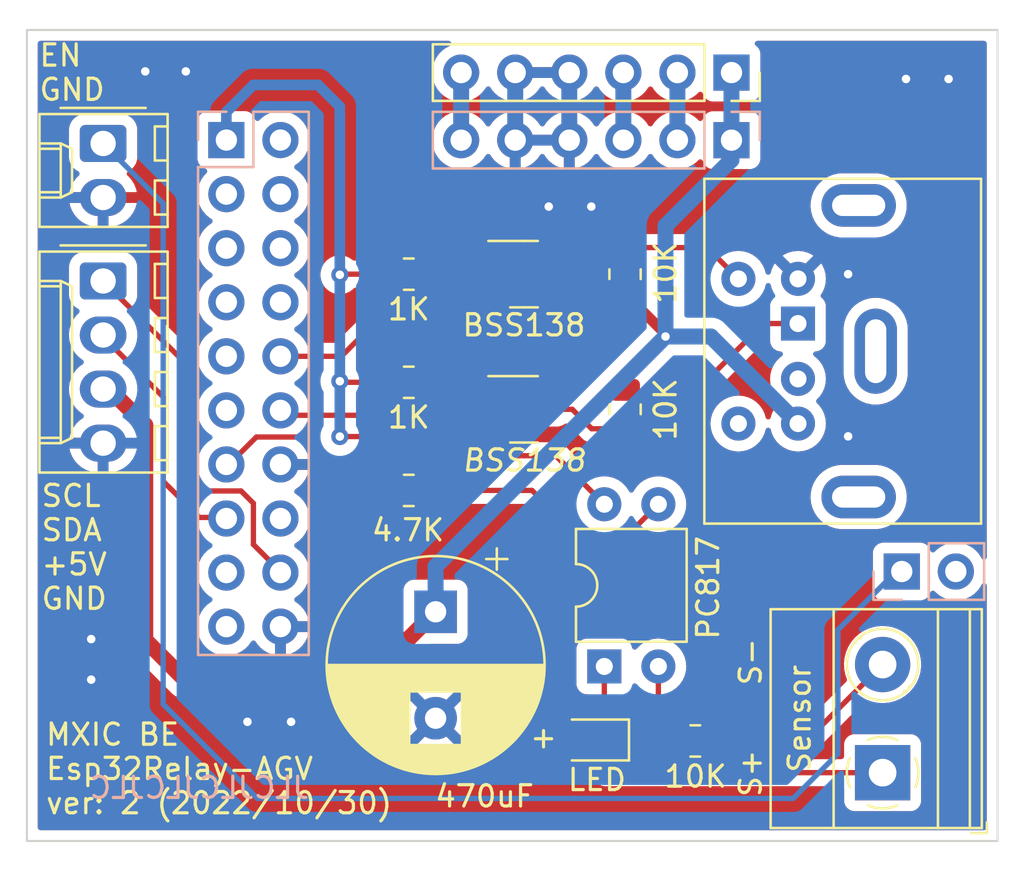
<source format=kicad_pcb>
(kicad_pcb (version 20211014) (generator pcbnew)
  (layers (0 "F.Cu" signal) (31 "B.Cu" signal) (34 "B.Paste" user) (35 "F.Paste" user) (36 "B.SilkS" user "B.Silkscreen") (37 "F.SilkS" user "F.Silkscreen") (38 "B.Mask" user) (39 "F.Mask" user) (44 "Edge.Cuts" user))
  (net 0 "")
  (net 1 "+5V")
  (net 2 "GND")
  (net 3 "Net-(D1-Pad1)")
  (net 4 "+3.3V")
  (net 5 "Net-(J2-Pad2)")
  (net 6 "Net-(J2-Pad3)")
  (net 7 "Net-(J2-Pad6)")
  (net 8 "Net-(J4-Pad1)")
  (net 9 "Net-(J4-Pad5)")
  (net 22 "SCL")
  (net 25 "SDA")
  (net 26 "IO19")
  (net 27 "PS2-CLK")
  (net 28 "PS2-Data")
  (net 29 "EN")
  (net 30 "Net-(J6-Pad2)")
  (net 31 "Net-(D1-Pad2)")
  (net 32 "Net-(R3-Pad1)")
  (footprint "Connector_Molex:Molex_KK-254_AE-6410-02A_1x02_P2.54mm_Vertical" (layer "F.Cu") (at 122.48 96.73 -90)
    (fp_text reference "J7" hide)
    (fp_text value "Reset")
    (fp_line (start -1.67 -2) (end -1.67 2) (layer "F.SilkS") (width 0.12))
    (fp_line (start 1.74 -3.03) (end 1.74 -2.43) (layer "F.SilkS") (width 0.12))
    (fp_line (start 0 1.99) (end 2.54 1.99) (layer "F.SilkS") (width 0.12))
    (fp_line (start 3.92 -3.03) (end -1.38 -3.03) (layer "F.SilkS") (width 0.12))
    (fp_line (start 2.54 1.99) (end 2.54 2.99) (layer "F.SilkS") (width 0.12))
    (fp_line (start 1.74 -2.43) (end 3.34 -2.43) (layer "F.SilkS") (width 0.12))
    (fp_line (start 0 2.99) (end 0 1.99) (layer "F.SilkS") (width 0.12))
    (fp_line (start 3.92 2.99) (end 3.92 -3.03) (layer "F.SilkS") (width 0.12))
    (fp_line (start 0.8 -2.43) (end 0.8 -3.03) (layer "F.SilkS") (width 0.12))
    (fp_line (start -1.38 2.99) (end 3.92 2.99) (layer "F.SilkS") (width 0.12))
    (fp_line (start 0.25 2.99) (end 0.25 1.99) (layer "F.SilkS") (width 0.12))
    (fp_line (start 2.29 1.46) (end 2.54 1.99) (layer "F.SilkS") (width 0.12))
    (fp_line (start 0 1.99) (end 0.25 1.46) (layer "F.SilkS") (width 0.12))
    (fp_line (start -1.38 -3.03) (end -1.38 2.99) (layer "F.SilkS") (width 0.12))
    (fp_line (start 2.29 2.99) (end 2.29 1.99) (layer "F.SilkS") (width 0.12))
    (fp_line (start -0.8 -3.03) (end -0.8 -2.43) (layer "F.SilkS") (width 0.12))
    (fp_line (start -0.8 -2.43) (end 0.8 -2.43) (layer "F.SilkS") (width 0.12))
    (fp_line (start 3.34 -2.43) (end 3.34 -3.03) (layer "F.SilkS") (width 0.12))
    (fp_line (start 0.25 1.46) (end 2.29 1.46) (layer "F.SilkS") (width 0.12))
    (pad "1" thru_hole roundrect (at 0 0 270) (size 1.74 2.19) (drill 1.19) (layers *.Cu *.Mask) (roundrect_rratio 0.1436781609) (net 29 "EN"))
    (pad "2" thru_hole oval (at 2.54 0 270) (size 1.74 2.19) (drill 1.19) (layers *.Cu *.Mask) (net 2 "GND"))
  )
  (footprint "TerminalBlock_Phoenix:TerminalBlock_Phoenix_MKDS-1,5-2-5.08_1x02_P5.08mm_Horizontal" (layer "F.Cu") (at 159.1 126.29 90)
    (fp_text reference "J6")
    (fp_text value "Sensor" (at 2.54 -3.9 90) (layer "F.SilkS"))
    (fp_line (start 4.046 1.239) (end 4.011 1.274) (layer "F.SilkS") (width 0.12))
    (fp_line (start 3.853 1.023) (end 3.806 1.069) (layer "F.SilkS") (width 0.12))
    (fp_line (start -2.6 -2.301) (end 7.68 -2.301) (layer "F.SilkS") (width 0.12))
    (fp_line (start -2.6 4.1) (end 7.68 4.1) (layer "F.SilkS") (width 0.12))
    (fp_line (start -2.6 4.66) (end 7.68 4.66) (layer "F.SilkS") (width 0.12))
    (fp_line (start 6.15 -1.275) (end 6.115 -1.239) (layer "F.SilkS") (width 0.12))
    (fp_line (start -2.6 -5.261) (end 7.68 -5.261) (layer "F.SilkS") (width 0.12))
    (fp_line (start 7.68 -5.261) (end 7.68 4.66) (layer "F.SilkS") (width 0.12))
    (fp_line (start -2.84 4.9) (end -2.34 4.9) (layer "F.SilkS") (width 0.12))
    (fp_line (start -2.6 2.6) (end 7.68 2.6) (layer "F.SilkS") (width 0.12))
    (fp_line (start 6.355 -1.069) (end 6.308 -1.023) (layer "F.SilkS") (width 0.12))
    (fp_line (start -2.84 4.16) (end -2.84 4.9) (layer "F.SilkS") (width 0.12))
    (fp_line (start -2.6 -5.261) (end -2.6 4.66) (layer "F.SilkS") (width 0.12))
    (fp_arc (start -1.535427 0.683042) (mid -1.680501 -0.000524) (end -1.535 -0.684) (layer "F.SilkS") (width 0.12))
    (fp_arc (start 0.683318 1.534756) (mid 0.349292 1.643288) (end 0 1.68) (layer "F.SilkS") (width 0.12))
    (fp_arc (start 1.535427 -0.683042) (mid 1.680501 0.000524) (end 1.535 0.684) (layer "F.SilkS") (width 0.12))
    (fp_arc (start -0.683042 -1.535427) (mid 0.000524 -1.680501) (end 0.684 -1.535) (layer "F.SilkS") (width 0.12))
    (fp_arc (start 0.028805 1.680253) (mid -0.335551 1.646659) (end -0.684 1.535) (layer "F.SilkS") (width 0.12))
    (fp_circle (center 5.08 0) (end 6.76 0) (layer "F.SilkS") (width 0.12) (fill none))
    (pad "1" thru_hole rect (at 0 0 90) (size 2.6 2.6) (drill 1.3) (layers *.Cu *.Mask) (net 31 "Net-(D1-Pad2)"))
    (pad "2" thru_hole circle (at 5.08 0 90) (size 2.6 2.6) (drill 1.3) (layers *.Cu *.Mask) (net 30 "Net-(J6-Pad2)"))
  )
  (footprint "Resistor_SMD:R_0805_2012Metric" (layer "F.Cu") (at 147 109.22 -90)
    (fp_text reference "R1")
    (fp_text value "10K" (at 0 -1.9 90) (layer "F.SilkS"))
    (fp_line (start -0.227064 -0.735) (end 0.227064 -0.735) (layer "F.SilkS") (width 0.12))
    (fp_line (start -0.227064 0.735) (end 0.227064 0.735) (layer "F.SilkS") (width 0.12))
    (pad "1" smd roundrect (at -0.9125 0 270) (size 1.025 1.4) (layers "F.Cu" "F.Paste" "F.Mask") (roundrect_rratio 0.243902439) (net 1 "+5V"))
    (pad "2" smd roundrect (at 0.9125 0 270) (size 1.025 1.4) (layers "F.Cu" "F.Paste" "F.Mask") (roundrect_rratio 0.243902439) (net 8 "Net-(J4-Pad1)"))
  )
  (footprint "Connector_Molex:Molex_KK-254_AE-6410-04A_1x04_P2.54mm_Vertical" (layer "F.Cu") (at 122.48 103.19 -90)
    (fp_text reference "J1" hide)
    (fp_text value "LCD1602")
    (fp_line (start 6.82 -2.43) (end 8.42 -2.43) (layer "F.SilkS") (width 0.12))
    (fp_line (start 5.88 -2.43) (end 5.88 -3.03) (layer "F.SilkS") (width 0.12))
    (fp_line (start 0.25 2.99) (end 0.25 1.99) (layer "F.SilkS") (width 0.12))
    (fp_line (start 0.25 1.46) (end 7.37 1.46) (layer "F.SilkS") (width 0.12))
    (fp_line (start 4.28 -2.43) (end 5.88 -2.43) (layer "F.SilkS") (width 0.12))
    (fp_line (start 1.74 -2.43) (end 3.34 -2.43) (layer "F.SilkS") (width 0.12))
    (fp_line (start 9 -3.03) (end -1.38 -3.03) (layer "F.SilkS") (width 0.12))
    (fp_line (start 0 2.99) (end 0 1.99) (layer "F.SilkS") (width 0.12))
    (fp_line (start -1.38 2.99) (end 9 2.99) (layer "F.SilkS") (width 0.12))
    (fp_line (start 4.28 -3.03) (end 4.28 -2.43) (layer "F.SilkS") (width 0.12))
    (fp_line (start 3.34 -2.43) (end 3.34 -3.03) (layer "F.SilkS") (width 0.12))
    (fp_line (start 7.62 1.99) (end 7.62 2.99) (layer "F.SilkS") (width 0.12))
    (fp_line (start 8.42 -2.43) (end 8.42 -3.03) (layer "F.SilkS") (width 0.12))
    (fp_line (start 7.37 2.99) (end 7.37 1.99) (layer "F.SilkS") (width 0.12))
    (fp_line (start 9 2.99) (end 9 -3.03) (layer "F.SilkS") (width 0.12))
    (fp_line (start 6.82 -3.03) (end 6.82 -2.43) (layer "F.SilkS") (width 0.12))
    (fp_line (start 0 1.99) (end 7.62 1.99) (layer "F.SilkS") (width 0.12))
    (fp_line (start 7.37 1.46) (end 7.62 1.99) (layer "F.SilkS") (width 0.12))
    (fp_line (start -1.38 -3.03) (end -1.38 2.99) (layer "F.SilkS") (width 0.12))
    (fp_line (start -0.8 -2.43) (end 0.8 -2.43) (layer "F.SilkS") (width 0.12))
    (fp_line (start 0 1.99) (end 0.25 1.46) (layer "F.SilkS") (width 0.12))
    (fp_line (start 0.8 -2.43) (end 0.8 -3.03) (layer "F.SilkS") (width 0.12))
    (fp_line (start -1.67 -2) (end -1.67 2) (layer "F.SilkS") (width 0.12))
    (fp_line (start -0.8 -3.03) (end -0.8 -2.43) (layer "F.SilkS") (width 0.12))
    (fp_line (start 1.74 -3.03) (end 1.74 -2.43) (layer "F.SilkS") (width 0.12))
    (pad "1" thru_hole roundrect (at 0 0 270) (size 1.74 2.19) (drill 1.19) (layers *.Cu *.Mask) (roundrect_rratio 0.1436781609) (net 22 "SCL"))
    (pad "2" thru_hole oval (at 2.54 0 270) (size 1.74 2.19) (drill 1.19) (layers *.Cu *.Mask) (net 25 "SDA"))
    (pad "3" thru_hole oval (at 5.08 0 270) (size 1.74 2.19) (drill 1.19) (layers *.Cu *.Mask) (net 1 "+5V"))
    (pad "4" thru_hole oval (at 7.62 0 270) (size 1.74 2.19) (drill 1.19) (layers *.Cu *.Mask) (net 2 "GND"))
  )
  (footprint "Resistor_SMD:R_0805_2012Metric" (layer "F.Cu") (at 136.84 107.95)
    (fp_text reference "R2")
    (fp_text value "1K" (at 0 1.65) (layer "F.SilkS"))
    (fp_line (start -0.227064 0.735) (end 0.227064 0.735) (layer "F.SilkS") (width 0.12))
    (fp_line (start -0.227064 -0.735) (end 0.227064 -0.735) (layer "F.SilkS") (width 0.12))
    (pad "1" smd roundrect (at -0.9125 0) (size 1.025 1.4) (layers "F.Cu" "F.Paste" "F.Mask") (roundrect_rratio 0.243902439) (net 4 "+3.3V"))
    (pad "2" smd roundrect (at 0.9125 0) (size 1.025 1.4) (layers "F.Cu" "F.Paste" "F.Mask") (roundrect_rratio 0.243902439) (net 28 "PS2-Data"))
  )
  (footprint "Library:Connector_Mini-DIN_Female_6Pin_2rows" (layer "F.Cu") (at 155.125 105.19 90)
    (fp_text reference "J4" hide)
    (fp_text value "Barcode Reader")
    (fp_line (start -9.4 8.6) (end 6.8 8.6) (layer "F.SilkS") (width 0.12))
    (fp_line (start -9.4 -4.4) (end 6.8 -4.4) (layer "F.SilkS") (width 0.12))
    (fp_line (start -9.4 -4.4) (end -9.4 8.6) (layer "F.SilkS") (width 0.12))
    (fp_line (start 6.8 -4.4) (end 6.8 8.6) (layer "F.SilkS") (width 0.12))
    (pad "1" thru_hole rect (at 0 0 90) (size 1.6 1.6) (drill 0.8) (layers *.Cu *.Mask) (net 8 "Net-(J4-Pad1)"))
    (pad "2" thru_hole circle (at -2.6 0 90) (size 1.6 1.6) (drill 0.8) (layers *.Cu *.Mask))
    (pad "3" thru_hole circle (at 2.1 0 90) (size 1.6 1.6) (drill 0.8) (layers *.Cu *.Mask) (net 2 "GND"))
    (pad "4" thru_hole circle (at -4.7 0 90) (size 1.6 1.6) (drill 0.8) (layers *.Cu *.Mask) (net 1 "+5V"))
    (pad "5" thru_hole circle (at 2.1 -2.8 90) (size 1.6 1.6) (drill 0.8) (layers *.Cu *.Mask) (net 9 "Net-(J4-Pad5)"))
    (pad "6" thru_hole circle (at -4.7 -2.8 90) (size 1.6 1.6) (drill 0.8) (layers *.Cu *.Mask))
    (pad "7" thru_hole oval (at -1.3 3.65 90) (size 4 2) (drill oval 3 1) (layers *.Cu *.Mask))
    (pad "7" thru_hole oval (at 5.55 2.85 90) (size 2 3.5) (drill oval 1 2.5) (layers *.Cu *.Mask))
    (pad "7" thru_hole oval (at -8.15 2.85 90) (size 2 3.5) (drill oval 1 2.5) (layers *.Cu *.Mask))
  )
  (footprint "Resistor_SMD:R_0805_2012Metric" (layer "F.Cu") (at 147 102.87 90)
    (fp_text reference "R4")
    (fp_text value "10K" (at 0.07 1.9 90) (layer "F.SilkS"))
    (fp_line (start -0.227064 0.735) (end 0.227064 0.735) (layer "F.SilkS") (width 0.12))
    (fp_line (start -0.227064 -0.735) (end 0.227064 -0.735) (layer "F.SilkS") (width 0.12))
    (pad "1" smd roundrect (at -0.9125 0 90) (size 1.025 1.4) (layers "F.Cu" "F.Paste" "F.Mask") (roundrect_rratio 0.243902439) (net 1 "+5V"))
    (pad "2" smd roundrect (at 0.9125 0 90) (size 1.025 1.4) (layers "F.Cu" "F.Paste" "F.Mask") (roundrect_rratio 0.243902439) (net 9 "Net-(J4-Pad5)"))
  )
  (footprint "Resistor_SMD:R_0805_2012Metric" (layer "F.Cu") (at 136.84 102.87)
    (fp_text reference "R6")
    (fp_text value "1K" (at 0 1.65) (layer "F.SilkS"))
    (fp_line (start -0.227064 0.735) (end 0.227064 0.735) (layer "F.SilkS") (width 0.12))
    (fp_line (start -0.227064 -0.735) (end 0.227064 -0.735) (layer "F.SilkS") (width 0.12))
    (pad "1" smd roundrect (at -0.9125 0) (size 1.025 1.4) (layers "F.Cu" "F.Paste" "F.Mask") (roundrect_rratio 0.243902439) (net 4 "+3.3V"))
    (pad "2" smd roundrect (at 0.9125 0) (size 1.025 1.4) (layers "F.Cu" "F.Paste" "F.Mask") (roundrect_rratio 0.243902439) (net 27 "PS2-CLK"))
  )
  (footprint "Package_TO_SOT_SMD:SOT-23" (layer "F.Cu") (at 142.2525 102.87)
    (fp_text reference "Q2")
    (fp_text value "BSS138" (at 0 2.4) (layer "F.SilkS"))
    (fp_line (start 0 1.56) (end 0.65 1.56) (layer "F.SilkS") (width 0.12))
    (fp_line (start 0 1.56) (end -0.65 1.56) (layer "F.SilkS") (width 0.12))
    (fp_line (start 0 -1.56) (end -1.675 -1.56) (layer "F.SilkS") (width 0.12))
    (fp_line (start 0 -1.56) (end 0.65 -1.56) (layer "F.SilkS") (width 0.12))
    (pad "1" smd roundrect (at -0.9375 -0.95) (size 1.475 0.6) (layers "F.Cu" "F.Paste" "F.Mask") (net 4 "+3.3V"))
    (pad "2" smd roundrect (at -0.9375 0.95) (size 1.475 0.6) (layers "F.Cu" "F.Paste" "F.Mask") (net 27 "PS2-CLK"))
    (pad "3" smd roundrect (at 0.9375 0) (size 1.475 0.6) (layers "F.Cu" "F.Paste" "F.Mask") (net 9 "Net-(J4-Pad5)"))
  )
  (footprint "Resistor_SMD:R_0805_2012Metric" (layer "F.Cu") (at 150.3 124.8)
    (fp_text reference "R3")
    (fp_text value "10K" (at 0.01 1.67) (layer "F.SilkS"))
    (fp_line (start -0.227064 -0.735) (end 0.227064 -0.735) (layer "F.SilkS") (width 0.12))
    (fp_line (start -0.227064 0.735) (end 0.227064 0.735) (layer "F.SilkS") (width 0.12))
    (pad "1" smd roundrect (at -0.9125 0) (size 1.025 1.4) (layers "F.Cu" "F.Paste" "F.Mask") (roundrect_rratio 0.243902439) (net 32 "Net-(R3-Pad1)"))
    (pad "2" smd roundrect (at 0.9125 0) (size 1.025 1.4) (layers "F.Cu" "F.Paste" "F.Mask") (roundrect_rratio 0.243902439) (net 30 "Net-(J6-Pad2)"))
  )
  (footprint "Resistor_SMD:R_0805_2012Metric" (layer "F.Cu") (at 136.84 113.03)
    (fp_text reference "R5")
    (fp_text value "4.7K" (at -0.04 1.87) (layer "F.SilkS"))
    (fp_line (start -0.227064 -0.735) (end 0.227064 -0.735) (layer "F.SilkS") (width 0.12))
    (fp_line (start -0.227064 0.735) (end 0.227064 0.735) (layer "F.SilkS") (width 0.12))
    (pad "1" smd roundrect (at -0.9125 0) (size 1.025 1.4) (layers "F.Cu" "F.Paste" "F.Mask") (roundrect_rratio 0.243902) (net 2 "GND"))
    (pad "2" smd roundrect (at 0.9125 0) (size 1.025 1.4) (layers "F.Cu" "F.Paste" "F.Mask") (roundrect_rratio 0.243902) (net 26 "IO19"))
  )
  (footprint "Package_DIP:DIP-4_W7.62mm" (layer "F.Cu") (at 146.025 121.3 90)
    (fp_text reference "U1")
    (fp_text value "PC817" (at 3.7 4.875 270) (layer "F.SilkS"))
    (fp_line (start 1.16 -1.33) (end 1.16 3.87) (layer "F.SilkS") (width 0.12))
    (fp_line (start 6.46 3.87) (end 6.46 -1.33) (layer "F.SilkS") (width 0.12))
    (fp_line (start 6.46 -1.33) (end 4.81 -1.33) (layer "F.SilkS") (width 0.12))
    (fp_line (start 1.16 3.87) (end 6.46 3.87) (layer "F.SilkS") (width 0.12))
    (fp_line (start 2.81 -1.33) (end 1.16 -1.33) (layer "F.SilkS") (width 0.12))
    (fp_arc (start 4.81 -1.33) (mid 3.81 -0.33) (end 2.81 -1.33) (layer "F.SilkS") (width 0.12))
    (pad "1" thru_hole rect (at 0 0 90) (size 1.6 1.6) (drill 0.8) (layers *.Cu *.Mask) (net 3 "Net-(D1-Pad1)"))
    (pad "2" thru_hole oval (at 0 2.54 90) (size 1.6 1.6) (drill 0.8) (layers *.Cu *.Mask) (net 32 "Net-(R3-Pad1)"))
    (pad "3" thru_hole oval (at 7.62 2.54 90) (size 1.6 1.6) (drill 0.8) (layers *.Cu *.Mask) (net 26 "IO19"))
    (pad "4" thru_hole oval (at 7.62 0 90) (size 1.6 1.6) (drill 0.8) (layers *.Cu *.Mask) (net 4 "+3.3V"))
  )
  (footprint "Package_TO_SOT_SMD:SOT-23" (layer "F.Cu") (at 142.2525 109.22)
    (fp_text reference "Q1")
    (fp_text value "BSS138" (at 0 2.4) (layer "F.SilkS") (effects (font (thickness 0.15) italic)))
    (fp_line (start 0 -1.56) (end -1.675 -1.56) (layer "F.SilkS") (width 0.12))
    (fp_line (start 0 1.56) (end 0.65 1.56) (layer "F.SilkS") (width 0.12))
    (fp_line (start 0 1.56) (end -0.65 1.56) (layer "F.SilkS") (width 0.12))
    (fp_line (start 0 -1.56) (end 0.65 -1.56) (layer "F.SilkS") (width 0.12))
    (pad "1" smd roundrect (at -0.9375 -0.95) (size 1.475 0.6) (layers "F.Cu" "F.Paste" "F.Mask") (net 4 "+3.3V"))
    (pad "2" smd roundrect (at -0.9375 0.95) (size 1.475 0.6) (layers "F.Cu" "F.Paste" "F.Mask") (net 28 "PS2-Data"))
    (pad "3" smd roundrect (at 0.9375 0) (size 1.475 0.6) (layers "F.Cu" "F.Paste" "F.Mask") (net 8 "Net-(J4-Pad1)"))
  )
  (footprint "Connector_PinSocket_2.54mm:PinSocket_1x06_P2.54mm_Vertical" (layer "F.Cu") (at 152 93.4 -90)
    (fp_text reference "J3" hide)
    (fp_text value "Conn_01x06" hide)
    (fp_line (start -1.33 1.27) (end -1.33 14.03) (layer "F.SilkS") (width 0.12))
    (fp_line (start 1.33 1.27) (end 1.33 14.03) (layer "F.SilkS") (width 0.12))
    (fp_line (start 0 -1.33) (end 1.33 -1.33) (layer "F.SilkS") (width 0.12))
    (fp_line (start -1.33 1.27) (end 1.33 1.27) (layer "F.SilkS") (width 0.12))
    (fp_line (start 1.33 -1.33) (end 1.33 0) (layer "F.SilkS") (width 0.12))
    (fp_line (start -1.33 14.03) (end 1.33 14.03) (layer "F.SilkS") (width 0.12))
    (pad "1" thru_hole rect (at 0 0 270) (size 1.7 1.7) (drill 1) (layers *.Cu *.Mask) (net 1 "+5V"))
    (pad "2" thru_hole oval (at 0 2.54 270) (size 1.7 1.7) (drill 1) (layers *.Cu *.Mask) (net 5 "Net-(J2-Pad2)"))
    (pad "3" thru_hole oval (at 0 5.08 270) (size 1.7 1.7) (drill 1) (layers *.Cu *.Mask) (net 6 "Net-(J2-Pad3)"))
    (pad "4" thru_hole oval (at 0 7.62 270) (size 1.7 1.7) (drill 1) (layers *.Cu *.Mask) (net 2 "GND"))
    (pad "5" thru_hole oval (at 0 10.16 270) (size 1.7 1.7) (drill 1) (layers *.Cu *.Mask) (net 2 "GND"))
    (pad "6" thru_hole oval (at 0 12.7 270) (size 1.7 1.7) (drill 1) (layers *.Cu *.Mask) (net 7 "Net-(J2-Pad6)"))
  )
  (footprint "Capacitor_THT:CP_Radial_D10.0mm_P5.00mm" (layer "F.Cu") (at 138.1 118.732323 -90)
    (fp_text reference "C1")
    (fp_text value "470uF" (at 8.667677 -2.3 180) (layer "F.SilkS"))
    (fp_line (start 5.901 -3.789) (end 5.901 -1.241) (layer "F.SilkS") (width 0.12))
    (fp_line (start 5.301 1.241) (end 5.301 4.247) (layer "F.SilkS") (width 0.12))
    (fp_line (start 4.861 1.241) (end 4.861 4.504) (layer "F.SilkS") (width 0.12))
    (fp_line (start 4.741 -4.564) (end 4.741 -1.241) (layer "F.SilkS") (width 0.12))
    (fp_line (start 2.78 -5.073) (end 2.78 5.073) (layer "F.SilkS") (width 0.12))
    (fp_line (start 7.101 -2.209) (end 7.101 2.209) (layer "F.SilkS") (width 0.12))
    (fp_line (start 4.781 1.241) (end 4.781 4.545) (layer "F.SilkS") (width 0.12))
    (fp_line (start 6.501 -3.156) (end 6.501 3.156) (layer "F.SilkS") (width 0.12))
    (fp_line (start 3.02 -5.054) (end 3.02 5.054) (layer "F.SilkS") (width 0.12))
    (fp_line (start 7.501 -1.062) (end 7.501 1.062) (layer "F.SilkS") (width 0.12))
    (fp_line (start 3.381 -5.004) (end 3.381 5.004) (layer "F.SilkS") (width 0.12))
    (fp_line (start 6.381 -3.301) (end 6.381 3.301) (layer "F.SilkS") (width 0.12))
    (fp_line (start 3.621 -4.956) (end 3.621 4.956) (layer "F.SilkS") (width 0.12))
    (fp_line (start 4.261 -4.768) (end 4.261 -1.241) (layer "F.SilkS") (width 0.12))
    (fp_line (start 5.621 1.241) (end 5.621 4.02) (layer "F.SilkS") (width 0.12))
    (fp_line (start 4.421 -4.707) (end 4.421 -1.241) (layer "F.SilkS") (width 0.12))
    (fp_line (start 5.981 1.241) (end 5.981 3.716) (layer "F.SilkS") (width 0.12))
    (fp_line (start 6.661 -2.945) (end 6.661 2.945) (layer "F.SilkS") (width 0.12))
    (fp_line (start 4.061 -4.837) (end 4.061 -1.241) (layer "F.SilkS") (width 0.12))
    (fp_line (start 6.421 -3.254) (end 6.421 3.254) (layer "F.SilkS") (width 0.12))
    (fp_line (start 5.061 1.241) (end 5.061 4.395) (layer "F.SilkS") (width 0.12))
    (fp_line (start 3.901 -4.885) (end 3.901 -1.241) (layer "F.SilkS") (width 0.12))
    (fp_line (start 4.461 1.241) (end 4.461 4.69) (layer "F.SilkS") (width 0.12))
    (fp_line (start 4.821 1.241) (end 4.821 4.525) (layer "F.SilkS") (width 0.12))
    (fp_line (start 7.461 -1.23) (end 7.461 1.23) (layer "F.SilkS") (width 0.12))
    (fp_line (start 3.461 -4.99) (end 3.461 4.99) (layer "F.SilkS") (width 0.12))
    (fp_line (start 4.341 -4.738) (end 4.341 -1.241) (layer "F.SilkS") (width 0.12))
    (fp_line (start 4.101 -4.824) (end 4.101 -1.241) (layer "F.SilkS") (width 0.12))
    (fp_line (start 4.781 -4.545) (end 4.781 -1.241) (layer "F.SilkS") (width 0.12))
    (fp_line (start 4.021 1.241) (end 4.021 4.85) (layer "F.SilkS") (width 0.12))
    (fp_line (start 6.461 -3.206) (end 6.461 3.206) (layer "F.SilkS") (width 0.12))
    (fp_line (start 4.101 1.241) (end 4.101 4.824) (layer "F.SilkS") (width 0.12))
    (fp_line (start 4.621 -4.621) (end 4.621 -1.241) (layer "F.SilkS") (width 0.12))
    (fp_line (start 6.221 -3.478) (end 6.221 -1.241) (layer "F.SilkS") (width 0.12))
    (fp_line (start 2.74 -5.075) (end 2.74 5.075) (layer "F.SilkS") (width 0.12))
    (fp_line (start 4.621 1.241) (end 4.621 4.621) (layer "F.SilkS") (width 0.12))
    (fp_line (start 4.581 -4.639) (end 4.581 -1.241) (layer "F.SilkS") (width 0.12))
    (fp_line (start 7.301 -1.742) (end 7.301 1.742) (layer "F.SilkS") (width 0.12))
    (fp_line (start 6.021 -3.679) (end 6.021 -1.241) (layer "F.SilkS") (width 0.12))
    (fp_line (start 4.221 -4.783) (end 4.221 -1.241) (layer "F.SilkS") (width 0.12))
    (fp_line (start 5.501 1.241) (end 5.501 4.11) (layer "F.SilkS") (width 0.12))
    (fp_line (start 6.141 1.241) (end 6.141 3.561) (layer "F.SilkS") (width 0.12))
    (fp_line (start 3.541 -4.974) (end 3.541 4.974) (layer "F.SilkS") (width 0.12))
    (fp_line (start 4.861 -4.504) (end 4.861 -1.241) (layer "F.SilkS") (width 0.12))
    (fp_line (start 6.261 -3.436) (end 6.261 3.436) (layer "F.SilkS") (width 0.12))
    (fp_line (start 6.141 -3.561) (end 6.141 -1.241) (layer "F.SilkS") (width 0.12))
    (fp_line (start 3.341 -5.011) (end 3.341 5.011) (layer "F.SilkS") (width 0.12))
    (fp_line (start 4.741 1.241) (end 4.741 4.564) (layer "F.SilkS") (width 0.12))
    (fp_line (start 2.9 -5.065) (end 2.9 5.065) (layer "F.SilkS") (width 0.12))
    (fp_line (start 3.501 -4.982) (end 3.501 4.982) (layer "F.SilkS") (width 0.12))
    (fp_line (start 5.621 -4.02) (end 5.621 -1.241) (layer "F.SilkS") (width 0.12))
    (fp_line (start 4.981 -4.44) (end 4.981 -1.241) (layer "F.SilkS") (width 0.12))
    (fp_line (start 6.941 -2.51) (end 6.941 2.51) (layer "F.SilkS") (width 0.12))
    (fp_line (start 3.741 -4.928) (end 3.741 4.928) (layer "F.SilkS") (width 0.12))
    (fp_line (start 7.421 -1.378) (end 7.421 1.378) (layer "F.SilkS") (width 0.12))
    (fp_line (start 6.581 -3.054) (end 6.581 3.054) (layer "F.SilkS") (width 0.12))
    (fp_line (start 3.861 1.241) (end 3.861 4.897) (layer "F.SilkS") (width 0.12))
    (fp_line (start 5.061 -4.395) (end 5.061 -1.241) (layer "F.SilkS") (width 0.12))
    (fp_line (start 5.101 -4.371) (end 5.101 -1.241) (layer "F.SilkS") (width 0.12))
    (fp_line (start 6.301 -3.392) (end 6.301 3.392) (layer "F.SilkS") (width 0.12))
    (fp_line (start 6.061 -3.64) (end 6.061 -1.241) (layer "F.SilkS") (width 0.12))
    (fp_line (start 5.661 1.241) (end 5.661 3.989) (layer "F.SilkS") (width 0.12))
    (fp_line (start -2.479646 -3.375) (end -2.479646 -2.375) (layer "F.SilkS") (width 0.12))
    (fp_line (start 4.661 1.241) (end 4.661 4.603) (layer "F.SilkS") (width 0.12))
    (fp_line (start 3.781 -4.918) (end 3.781 -1.241) (layer "F.SilkS") (width 0.12))
    (fp_line (start 3.861 -4.897) (end 3.861 -1.241) (layer "F.SilkS") (width 0.12))
    (fp_line (start 5.341 -4.221) (end 5.341 -1.241) (layer "F.SilkS") (width 0.12))
    (fp_line (start 5.381 1.241) (end 5.381 4.194) (layer "F.SilkS") (width 0.12))
    (fp_line (start 4.501 -4.674) (end 4.501 -1.241) (layer "F.SilkS") (width 0.12))
    (fp_line (start 4.941 1.241) (end 4.941 4.462) (layer "F.SilkS") (width 0.12))
    (fp_line (start 4.541 -4.657) (end 4.541 -1.241) (layer "F.SilkS") (width 0.12))
    (fp_line (start 4.661 -4.603) (end 4.661 -1.241) (layer "F.SilkS") (width 0.12))
    (fp_line (start 7.021 -2.365) (end 7.021 2.365) (layer "F.SilkS") (width 0.12))
    (fp_line (start 6.821 -2.709) (end 6.821 2.709) (layer "F.SilkS") (width 0.12))
    (fp_line (start 6.981 -2.439) (end 6.981 2.439) (layer "F.SilkS") (width 0.12))
    (fp_line (start 5.261 -4.273) (end 5.261 -1.241) (layer "F.SilkS") (width 0.12))
    (fp_line (start 3.941 1.241) (end 3.941 4.874) (layer "F.SilkS") (width 0.12))
    (fp_line (start 3.1 -5.045) (end 3.1 5.045) (layer "F.SilkS") (width 0.12))
    (fp_line (start 2.66 -5.078) (end 2.66 5.078) (layer "F.SilkS") (width 0.12))
    (fp_line (start 5.501 -4.11) (end 5.501 -1.241) (layer "F.SilkS") (width 0.12))
    (fp_line (start 6.221 1.241) (end 6.221 3.478) (layer "F.SilkS") (width 0.12))
    (fp_line (start 3.701 -4.938) (end 3.701 4.938) (layer "F.SilkS") (width 0.12))
    (fp_line (start 3.981 -4.862) (end 3.981 -1.241) (layer "F.SilkS") (width 0.12))
    (fp_line (start 5.461 -4.138) (end 5.461 -1.241) (layer "F.SilkS") (width 0.12))
    (fp_line (start 3.421 -4.997) (end 3.421 4.997) (layer "F.SilkS") (width 0.12))
    (fp_line (start 4.181 -4.797) (end 4.181 -1.241) (layer "F.SilkS") (width 0.12))
    (fp_line (start 5.421 -4.166) (end 5.421 -1.241) (layer "F.SilkS") (width 0.12))
    (fp_line (start 5.541 -4.08) (end 5.541 -1.241) (layer "F.SilkS") (width 0.12))
    (fp_line (start 5.021 -4.417) (end 5.021 -1.241) (layer "F.SilkS") (width 0.12))
    (fp_line (start 4.941 -4.462) (end 4.941 -1.241) (layer "F.SilkS") (width 0.12))
    (fp_line (start 5.181 1.241) (end 5.181 4.323) (layer "F.SilkS") (width 0.12))
    (fp_line (start 3.941 -4.874) (end 3.941 -1.241) (layer "F.SilkS") (width 0.12))
    (fp_line (start 4.221 1.241) (end 4.221 4.783) (layer "F.SilkS") (width 0.12))
    (fp_line (start 3.301 -5.018) (end 3.301 5.018) (layer "F.SilkS") (width 0.12))
    (fp_line (start 4.021 -4.85) (end 4.021 -1.241) (layer "F.SilkS") (width 0.12))
    (fp_line (start 7.061 -2.289) (end 7.061 2.289) (layer "F.SilkS") (width 0.12))
    (fp_line (start 2.82 -5.07) (end 2.82 5.07) (layer "F.SilkS") (width 0.12))
    (fp_line (start 6.061 1.241) (end 6.061 3.64) (layer "F.SilkS") (width 0.12))
    (fp_line (start 5.701 -3.957) (end 5.701 -1.241) (layer "F.SilkS") (width 0.12))
    (fp_line (start 5.581 1.241) (end 5.581 4.05) (layer "F.SilkS") (width 0.12))
    (fp_line (start 5.821 -3.858) (end 5.821 -1.241) (layer "F.SilkS") (width 0.12))
    (fp_line (start 7.381 -1.51) (end 7.381 1.51) (layer "F.SilkS") (width 0.12))
    (fp_line (start 4.381 1.241) (end 4.381 4.723) (layer "F.SilkS") (width 0.12))
    (fp_line (start 4.061 1.241) (end 4.061 4.837) (layer "F.SilkS") (width 0.12))
    (fp_line (start 3.14 -5.04) (end 3.14 5.04) (layer "F.SilkS") (width 0.12))
    (fp_line (start 2.62 -5.079) (end 2.62 5.079) (layer "F.SilkS") (width 0.12))
    (fp_line (start 3.661 -4.947) (end 3.661 4.947) (layer "F.SilkS") (width 0.12))
    (fp_line (start 4.141 1.241) (end 4.141 4.811) (layer "F.SilkS") (width 0.12))
    (fp_line (start 5.541 1.241) (end 5.541 4.08) (layer "F.SilkS") (width 0.12))
    (fp_line (start 2.98 -5.058) (end 2.98 5.058) (layer "F.SilkS") (width 0.12))
    (fp_line (start 4.341 1.241) (end 4.341 4.738) (layer "F.SilkS") (width 0.12))
    (fp_line (start 3.821 1.241) (end 3.821 4.907) (layer "F.SilkS") (width 0.12))
    (fp_line (start 5.701 1.241) (end 5.701 3.957) (layer "F.SilkS") (width 0.12))
    (fp_line (start 5.141 -4.347) (end 5.141 -1.241) (layer "F.SilkS") (width 0.12))
    (fp_line (start 3.781 1.241) (end 3.781 4.918) (layer "F.SilkS") (width 0.12))
    (fp_line (start 3.581 -4.965) (end 3.581 4.965) (layer "F.SilkS") (width 0.12))
    (fp_line (start 5.221 1.241) (end 5.221 4.298) (layer "F.SilkS") (width 0.12))
    (fp_line (start 2.7 -5.077) (end 2.7 5.077) (layer "F.SilkS") (width 0.12))
    (fp_line (start 5.581 -4.05) (end 5.581 -1.241) (layer "F.SilkS") (width 0.12))
    (fp_line (start 4.421 1.241) (end 4.421 4.707) (layer "F.SilkS") (width 0.12))
    (fp_line (start 2.86 -5.068) (end 2.86 5.068) (layer "F.SilkS") (width 0.12))
    (fp_line (start 5.821 1.241) (end 5.821 3.858) (layer "F.SilkS") (width 0.12))
    (fp_line (start 4.981 1.241) (end 4.981 4.44) (layer "F.SilkS") (width 0.12))
    (fp_line (start 3.18 -5.035) (end 3.18 5.035) (layer "F.SilkS") (width 0.12))
    (fp_line (start 6.901 -2.579) (end 6.901 2.579) (layer "F.SilkS") (width 0.12))
    (fp_line (start 6.021 1.241) (end 6.021 3.679) (layer "F.SilkS") (width 0.12))
    (fp_line (start 4.821 -4.525) (end 4.821 -1.241) (layer "F.SilkS") (width 0.12))
    (fp_line (start 3.221 -5.03) (end 3.221 5.03) (layer "F.SilkS") (width 0.12))
    (fp_line (start 4.581 1.241) (end 4.581 4.639) (layer "F.SilkS") (width 0.12))
    (fp_line (start 6.861 -2.645) (end 6.861 2.645) (layer "F.SilkS") (width 0.12))
    (fp_line (start 6.701 -2.889) (end 6.701 2.889) (layer "F.SilkS") (width 0.12))
    (fp_line (start 5.021 1.241) (end 5.021 4.417) (layer "F.SilkS") (width 0.12))
    (fp_line (start 6.781 -2.77) (end 6.781 2.77) (layer "F.SilkS") (width 0.12))
    (fp_line (start 4.541 1.241) (end 4.541 4.657) (layer "F.SilkS") (width 0.12))
    (fp_line (start 4.141 -4.811) (end 4.141 -1.241) (layer "F.SilkS") (width 0.12))
    (fp_line (start 5.741 1.241) (end 5.741 3.925) (layer "F.SilkS") (width 0.12))
    (fp_line (start 2.94 -5.062) (end 2.94 5.062) (layer "F.SilkS") (width 0.12))
    (fp_line (start 7.141 -2.125) (end 7.141 2.125) (layer "F.SilkS") (width 0.12))
    (fp_line (start 6.541 -3.106) (end 6.541 3.106) (layer "F.SilkS") (width 0.12))
    (fp_line (start 4.181 1.241) (end 4.181 4.797) (layer "F.SilkS") (width 0.12))
    (fp_line (start 7.341 -1.63) (end 7.341 1.63) (layer "F.SilkS") (width 0.12))
    (fp_line (start 6.101 -3.601) (end 6.101 -1.241) (layer "F.SilkS") (width 0.12))
    (fp_line (start 5.301 -4.247) (end 5.301 -1.241) (layer "F.SilkS") (width 0.12))
    (fp_line (start 5.941 1.241) (end 5.941 3.753) (layer "F.SilkS") (width 0.12))
    (fp_line (start 6.741 -2.83) (end 6.741 2.83) (layer "F.SilkS") (width 0.12))
    (fp_line (start 5.661 -3.989) (end 5.661 -1.241) (layer "F.SilkS") (width 0.12))
    (fp_line (start 6.181 1.241) (end 6.181 3.52) (layer "F.SilkS") (width 0.12))
    (fp_line (start 7.181 -2.037) (end 7.181 2.037) (layer "F.SilkS") (width 0.12))
    (fp_line (start 5.421 1.241) (end 5.421 4.166) (layer "F.SilkS") (width 0.12))
    (fp_line (start 6.341 -3.347) (end 6.341 3.347) (layer "F.SilkS") (width 0.12))
    (fp_line (start 5.861 -3.824) (end 5.861 -1.241) (layer "F.SilkS") (width 0.12))
    (fp_line (start 3.981 1.241) (end 3.981 4.862) (layer "F.SilkS") (width 0.12))
    (fp_line (start 6.621 -3) (end 6.621 3) (layer "F.SilkS") (width 0.12))
    (fp_line (start 4.901 1.241) (end 4.901 4.483) (layer "F.SilkS") (width 0.12))
    (fp_line (start 4.701 1.241) (end 4.701 4.584) (layer "F.SilkS") (width 0.12))
    (fp_line (start 5.461 1.241) (end 5.461 4.138) (layer "F.SilkS") (width 0.12))
    (fp_line (start 4.301 -4.754) (end 4.301 -1.241) (layer "F.SilkS") (width 0.12))
    (fp_line (start 4.501 1.241) (end 4.501 4.674) (layer "F.SilkS") (width 0.12))
    (fp_line (start 5.781 -3.892) (end 5.781 -1.241) (layer "F.SilkS") (width 0.12))
    (fp_line (start 7.261 -1.846) (end 7.261 1.846) (layer "F.SilkS") (width 0.12))
    (fp_line (start 5.221 -4.298) (end 5.221 -1.241) (layer "F.SilkS") (width 0.12))
    (fp_line (start 5.261 1.241) (end 5.261 4.273) (layer "F.SilkS") (width 0.12))
    (fp_line (start 7.541 -0.862) (end 7.541 0.862) (layer "F.SilkS") (width 0.12))
    (fp_line (start 4.461 -4.69) (end 4.461 -1.241) (layer "F.SilkS") (width 0.12))
    (fp_line (start 5.941 -3.753) (end 5.941 -1.241) (layer "F.SilkS") (width 0.12))
    (fp_line (start 2.58 -5.08) (end 2.58 5.08) (layer "F.SilkS") (width 0.12))
    (fp_line (start -2.979646 -2.875) (end -1.979646 -2.875) (layer "F.SilkS") (width 0.12))
    (fp_line (start 3.901 1.241) (end 3.901 4.885) (layer "F.SilkS") (width 0.12))
    (fp_line (start 5.341 1.241) (end 5.341 4.221) (layer "F.SilkS") (width 0.12))
    (fp_line (start 5.861 1.241) (end 5.861 3.824) (layer "F.SilkS") (width 0.12))
    (fp_line (start 5.381 -4.194) (end 5.381 -1.241) (layer "F.SilkS") (width 0.12))
    (fp_line (start 3.06 -5.05) (end 3.06 5.05) (layer "F.SilkS") (width 0.12))
    (fp_line (start 4.261 1.241) (end 4.261 4.768) (layer "F.SilkS") (width 0.12))
    (fp_line (start 5.781 1.241) (end 5.781 3.892) (layer "F.SilkS") (width 0.12))
    (fp_line (start 7.581 -0.599) (end 7.581 0.599) (layer "F.SilkS") (width 0.12))
    (fp_line (start 4.901 -4.483) (end 4.901 -1.241) (layer "F.SilkS") (width 0.12))
    (fp_line (start 4.381 -4.723) (end 4.381 -1.241) (layer "F.SilkS") (width 0.12))
    (fp_line (start 5.981 -3.716) (end 5.981 -1.241) (layer "F.SilkS") (width 0.12))
    (fp_line (start 4.301 1.241) (end 4.301 4.754) (layer "F.SilkS") (width 0.12))
    (fp_line (start 4.701 -4.584) (end 4.701 -1.241) (layer "F.SilkS") (width 0.12))
    (fp_line (start 5.181 -4.323) (end 5.181 -1.241) (layer "F.SilkS") (width 0.12))
    (fp_line (start 6.181 -3.52) (end 6.181 -1.241) (layer "F.SilkS") (width 0.12))
    (fp_line (start 5.901 1.241) (end 5.901 3.789) (layer "F.SilkS") (width 0.12))
    (fp_line (start 2.5 -5.08) (end 2.5 5.08) (layer "F.SilkS") (width 0.12))
    (fp_line (start 7.221 -1.944) (end 7.221 1.944) (layer "F.SilkS") (width 0.12))
    (fp_line (start 2.54 -5.08) (end 2.54 5.08) (layer "F.SilkS") (width 0.12))
    (fp_line (start 3.261 -5.024) (end 3.261 5.024) (layer "F.SilkS") (width 0.12))
    (fp_line (start 3.821 -4.907) (end 3.821 -1.241) (layer "F.SilkS") (width 0.12))
    (fp_line (start 6.101 1.241) (end 6.101 3.601) (layer "F.SilkS") (width 0.12))
    (fp_line (start 5.101 1.241) (end 5.101 4.371) (layer "F.SilkS") (width 0.12))
    (fp_line (start 5.141 1.241) (end 5.141 4.347) (layer "F.SilkS") (width 0.12))
    (fp_line (start 5.741 -3.925) (end 5.741 -1.241) (layer "F.SilkS") (width 0.12))
    (fp_circle (center 2.5 0) (end 7.62 0) (layer "F.SilkS") (width 0.12) (fill none))
    (pad "1" thru_hole rect (at 0 0 270) (size 2 2) (drill 1) (layers *.Cu *.Mask) (net 1 "+5V"))
    (pad "2" thru_hole circle (at 5 0 270) (size 2 2) (drill 1) (layers *.Cu *.Mask) (net 2 "GND"))
  )
  (footprint "LED_SMD:LED_0805_2012Metric" (layer "F.Cu") (at 145.5 124.755 180)
    (fp_text reference "D1")
    (fp_text value "LED" (at -0.18 -1.875) (layer "F.SilkS"))
    (fp_line (start -1.685 0.96) (end 1 0.96) (layer "F.SilkS") (width 0.12))
    (fp_line (start 1 -0.96) (end -1.685 -0.96) (layer "F.SilkS") (width 0.12))
    (fp_line (start -1.685 -0.96) (end -1.685 0.96) (layer "F.SilkS") (width 0.12))
    (pad "1" smd roundrect (at -0.9375 0 180) (size 0.975 1.4) (layers "F.Cu" "F.Paste" "F.Mask") (net 3 "Net-(D1-Pad1)"))
    (pad "2" smd roundrect (at 0.9375 0 180) (size 0.975 1.4) (layers "F.Cu" "F.Paste" "F.Mask") (net 31 "Net-(D1-Pad2)"))
  )
  (footprint "Connector_PinSocket_2.54mm:PinSocket_2x10_P2.54mm_Vertical" (layer "B.Cu") (at 128.27 96.57 180)
    (fp_text reference "J5" hide)
    (fp_text value "Left" hide)
    (fp_line (start -3.87 1.33) (end -1.27 1.33) (layer "B.SilkS") (width 0.12))
    (fp_line (start -1.27 1.33) (end -1.27 -1.27) (layer "B.SilkS") (width 0.12))
    (fp_line (start 1.33 -1.27) (end 1.33 -24.19) (layer "B.SilkS") (width 0.12))
    (fp_line (start 0 1.33) (end 1.33 1.33) (layer "B.SilkS") (width 0.12))
    (fp_line (start 1.33 1.33) (end 1.33 0) (layer "B.SilkS") (width 0.12))
    (fp_line (start -1.27 -1.27) (end 1.33 -1.27) (layer "B.SilkS") (width 0.12))
    (fp_line (start -3.87 -24.19) (end 1.33 -24.19) (layer "B.SilkS") (width 0.12))
    (fp_line (start -3.87 1.33) (end -3.87 -24.19) (layer "B.SilkS") (width 0.12))
    (pad "1" thru_hole rect (at 0 0 180) (size 1.7 1.7) (drill 1) (layers *.Cu *.Mask) (net 4 "+3.3V"))
    (pad "2" thru_hole oval (at 0 -2.54 180) (size 1.7 1.7) (drill 1) (layers *.Cu *.Mask))
    (pad "3" thru_hole oval (at 0 -5.08 180) (size 1.7 1.7) (drill 1) (layers *.Cu *.Mask))
    (pad "4" thru_hole oval (at 0 -7.62 180) (size 1.7 1.7) (drill 1) (layers *.Cu *.Mask))
    (pad "5" thru_hole oval (at 0 -10.16 180) (size 1.7 1.7) (drill 1) (layers *.Cu *.Mask))
    (pad "6" thru_hole oval (at 0 -12.7 180) (size 1.7 1.7) (drill 1) (layers *.Cu *.Mask))
    (pad "7" thru_hole oval (at 0 -15.24 180) (size 1.7 1.7) (drill 1) (layers *.Cu *.Mask) (net 26 "IO19"))
    (pad "8" thru_hole oval (at 0 -17.78 180) (size 1.7 1.7) (drill 1) (layers *.Cu *.Mask) (net 25 "SDA"))
    (pad "9" thru_hole oval (at 0 -20.32 180) (size 1.7 1.7) (drill 1) (layers *.Cu *.Mask))
    (pad "10" thru_hole oval (at 0 -22.86 180) (size 1.7 1.7) (drill 1) (layers *.Cu *.Mask))
    (pad "11" thru_hole oval (at -2.54 0 180) (size 1.7 1.7) (drill 1) (layers *.Cu *.Mask))
    (pad "12" thru_hole oval (at -2.54 -2.54 180) (size 1.7 1.7) (drill 1) (layers *.Cu *.Mask))
    (pad "13" thru_hole oval (at -2.54 -5.08 180) (size 1.7 1.7) (drill 1) (layers *.Cu *.Mask))
    (pad "14" thru_hole oval (at -2.54 -7.62 180) (size 1.7 1.7) (drill 1) (layers *.Cu *.Mask))
    (pad "15" thru_hole oval (at -2.54 -10.16 180) (size 1.7 1.7) (drill 1) (layers *.Cu *.Mask) (net 27 "PS2-CLK"))
    (pad "16" thru_hole oval (at -2.54 -12.7 180) (size 1.7 1.7) (drill 1) (layers *.Cu *.Mask) (net 28 "PS2-Data"))
    (pad "17" thru_hole oval (at -2.54 -15.24 180) (size 1.7 1.7) (drill 1) (layers *.Cu *.Mask) (net 2 "GND"))
    (pad "18" thru_hole oval (at -2.54 -17.78 180) (size 1.7 1.7) (drill 1) (layers *.Cu *.Mask))
    (pad "19" thru_hole oval (at -2.54 -20.32 180) (size 1.7 1.7) (drill 1) (layers *.Cu *.Mask) (net 22 "SCL"))
    (pad "20" thru_hole oval (at -2.54 -22.86 180) (size 1.7 1.7) (drill 1) (layers *.Cu *.Mask) (net 2 "GND"))
  )
  (footprint "Connector_PinSocket_2.54mm:PinSocket_1x06_P2.54mm_Vertical" (layer "B.Cu") (at 152 96.575 90)
    (fp_text reference "J2" hide)
    (fp_text value "Conn_01x06" hide)
    (fp_line (start -1.33 -14.03) (end 1.33 -14.03) (layer "B.SilkS") (width 0.12))
    (fp_line (start 1.33 -1.27) (end 1.33 -14.03) (layer "B.SilkS") (width 0.12))
    (fp_line (start 0 1.33) (end 1.33 1.33) (layer "B.SilkS") (width 0.12))
    (fp_line (start 1.33 1.33) (end 1.33 0) (layer "B.SilkS") (width 0.12))
    (fp_line (start -1.33 -1.27) (end 1.33 -1.27) (layer "B.SilkS") (width 0.12))
    (fp_line (start -1.33 -1.27) (end -1.33 -14.03) (layer "B.SilkS") (width 0.12))
    (pad "1" thru_hole rect (at 0 0 90) (size 1.7 1.7) (drill 1) (layers *.Cu *.Mask) (net 1 "+5V"))
    (pad "2" thru_hole oval (at 0 -2.54 90) (size 1.7 1.7) (drill 1) (layers *.Cu *.Mask) (net 5 "Net-(J2-Pad2)"))
    (pad "3" thru_hole oval (at 0 -5.08 90) (size 1.7 1.7) (drill 1) (layers *.Cu *.Mask) (net 6 "Net-(J2-Pad3)"))
    (pad "4" thru_hole oval (at 0 -7.62 90) (size 1.7 1.7) (drill 1) (layers *.Cu *.Mask) (net 2 "GND"))
    (pad "5" thru_hole oval (at 0 -10.16 90) (size 1.7 1.7) (drill 1) (layers *.Cu *.Mask) (net 2 "GND"))
    (pad "6" thru_hole oval (at 0 -12.7 90) (size 1.7 1.7) (drill 1) (layers *.Cu *.Mask) (net 7 "Net-(J2-Pad6)"))
  )
  (footprint "Connector_PinSocket_2.54mm:PinSocket_1x02_P2.54mm_Vertical" (layer "B.Cu") (at 160 116.84 -90)
    (fp_text reference "J8" hide)
    (fp_text value "right" hide)
    (fp_line (start -1.33 -1.27) (end -1.33 -3.87) (layer "B.SilkS") (width 0.12))
    (fp_line (start -1.33 -3.87) (end 1.33 -3.87) (layer "B.SilkS") (width 0.12))
    (fp_line (start 0 1.33) (end 1.33 1.33) (layer "B.SilkS") (width 0.12))
    (fp_line (start 1.33 1.33) (end 1.33 0) (layer "B.SilkS") (width 0.12))
    (fp_line (start -1.33 -1.27) (end 1.33 -1.27) (layer "B.SilkS") (width 0.12))
    (fp_line (start 1.33 -1.27) (end 1.33 -3.87) (layer "B.SilkS") (width 0.12))
    (pad "1" thru_hole rect (at 0 0 270) (size 1.7 1.7) (drill 1) (layers *.Cu *.Mask) (net 29 "EN"))
    (pad "2" thru_hole oval (at 0 -2.54 270) (size 1.7 1.7) (drill 1) (layers *.Cu *.Mask))
  )
  (gr_line (start 164.5 91.4) (end 118.9 91.4) (layer "Edge.Cuts") (width 0.1))
  (gr_line (start 164.5 129.5) (end 118.9 129.5) (layer "Edge.Cuts") (width 0.1))
  (gr_line (start 164.5 129.5) (end 164.5 91.4) (layer "Edge.Cuts") (width 0.1))
  (gr_line (start 118.9 129.5) (end 118.9 91.4) (layer "Edge.Cuts") (width 0.1))
  (gr_text "JLCJLCJLCJLC" (at 127 127) (layer "B.SilkS") (effects (font (size 1 1)) (justify mirror)))
  (gr_text "MXIC BE\nEsp32Relay-AGV\nver: 2 (2022/10/30)\n" (at 119.71 126.11) (layer "F.SilkS") (effects (font (size 1 1)) (justify left)))
  (gr_text "SCL\nSDA\n+5V\nGND\n" (at 119.5 115.7) (layer "F.SilkS") (effects (font (size 1 1)) (justify left)))
  (gr_text "EN\nGND\n" (at 119.4 93.4) (layer "F.SilkS") (effects (font (size 1 1)) (justify left)))
  (gr_text "S+    S-" (at 152.9 123.7 90) (layer "F.SilkS") (effects (font (size 1 1))))
  (gr_text "+" (at 143.17 124.77 180) (layer "F.SilkS") (effects (font (size 1 1))))
  (segment (start 124.46 109.96) (end 124.46 120.06) (width 0.75) (layer "F.Cu") (net 1))
  (segment (start 136.832323 120) (end 138.1 118.732323) (width 0.75) (layer "F.Cu") (net 1))
  (segment (start 148.9 105.8) (end 148.9 105.6825) (width 0.5) (layer "F.Cu") (net 1))
  (segment (start 148.9 105.8) (end 147 107.7) (width 0.5) (layer "F.Cu") (net 1))
  (segment (start 134.88 121.92) (end 136.8 120) (width 0.75) (layer "F.Cu") (net 1))
  (segment (start 122.77 108.27) (end 124.46 109.96) (width 0.75) (layer "F.Cu") (net 1))
  (segment (start 126.32 121.92) (end 134.88 121.92) (width 0.75) (layer "F.Cu") (net 1))
  (segment (start 122.48 108.27) (end 122.77 108.27) (width 0.75) (layer "F.Cu") (net 1))
  (segment (start 136.8 120) (end 136.832323 120) (width 0.75) (layer "F.Cu") (net 1))
  (segment (start 147 107.7) (end 147 108.3075) (width 0.5) (layer "F.Cu") (net 1))
  (segment (start 148.9 105.6825) (end 147 103.7825) (width 0.5) (layer "F.Cu") (net 1))
  (segment (start 124.46 120.06) (end 126.32 121.92) (width 0.75) (layer "F.Cu") (net 1))
  (via (at 148.9 105.8) (size 0.8) (drill 0.4) (layers "F.Cu" "B.Cu") (net 1))
  (segment (start 151.035 105.8) (end 155.125 109.89) (width 0.75) (layer "B.Cu") (net 1))
  (segment (start 148.9 100.6) (end 152 97.5) (width 0.75) (layer "B.Cu") (net 1))
  (segment (start 148.9 105.8) (end 151.035 105.8) (width 0.75) (layer "B.Cu") (net 1))
  (segment (start 148.9 105.8) (end 138.1 116.6) (width 0.75) (layer "B.Cu") (net 1))
  (segment (start 138.1 116.6) (end 138.1 118.732323) (width 0.75) (layer "B.Cu") (net 1))
  (segment (start 148.9 105.8) (end 148.9 100.6) (width 0.75) (layer "B.Cu") (net 1))
  (segment (start 152 97.5) (end 152 96.575) (width 0.75) (layer "B.Cu") (net 1))
  (segment (start 152 96.575) (end 152 93.4) (width 0.75) (layer "B.Cu") (net 1))
  (via (at 129.26 123.9) (size 0.8) (drill 0.4) (layers "F.Cu" "B.Cu") (net 2))
  (via (at 162.2 93.7) (size 0.8) (drill 0.4) (layers "F.Cu" "B.Cu") (net 2))
  (via (at 143.415 99.695) (size 0.8) (drill 0.4) (layers "F.Cu" "B.Cu") (net 2))
  (via (at 124.46 93.345) (size 0.8) (drill 0.4) (layers "F.Cu" "B.Cu") (net 2))
  (via (at 145.415 99.695) (size 0.8) (drill 0.4) (layers "F.Cu" "B.Cu") (net 2))
  (via (at 121.92 121.92) (size 0.8) (drill 0.4) (layers "F.Cu" "B.Cu") (net 2))
  (via (at 121.92 120.015) (size 0.8) (drill 0.4) (layers "F.Cu" "B.Cu") (net 2))
  (via (at 131.31 123.9) (size 0.8) (drill 0.4) (layers "F.Cu" "B.Cu") (net 2))
  (via (at 157.48 110.49) (size 0.8) (drill 0.4) (layers "F.Cu" "B.Cu") (net 2))
  (via (at 126.365 93.345) (size 0.8) (drill 0.4) (layers "F.Cu" "B.Cu") (net 2))
  (via (at 157.48 102.87) (size 0.8) (drill 0.4) (layers "F.Cu" "B.Cu") (net 2))
  (via (at 160.2 93.7) (size 0.8) (drill 0.4) (layers "F.Cu" "B.Cu") (net 2))
  (segment (start 144.38 96.575) (end 144.38 93.4) (width 0.75) (layer "B.Cu") (net 2))
  (segment (start 141.84 96.575) (end 141.84 93.4) (width 0.75) (layer "B.Cu") (net 2))
  (segment (start 146.4375 124.755) (end 146.4375 123.3575) (width 0.25) (layer "F.Cu") (net 3))
  (segment (start 146.025 122.945) (end 146.025 121.3) (width 0.25) (layer "F.Cu") (net 3))
  (segment (start 146.4375 123.3575) (end 146.025 122.945) (width 0.25) (layer "F.Cu") (net 3))
  (segment (start 137 101) (end 135.9275 102.0725) (width 0.25) (layer "F.Cu") (net 4))
  (segment (start 133.6 102.9) (end 133.63 102.87) (width 0.25) (layer "F.Cu") (net 4))
  (segment (start 135.9275 107.95) (end 135.9275 106.71125) (width 0.25) (layer "F.Cu") (net 4))
  (segment (start 135.9275 106.71125) (end 136.73875 105.9) (width 0.25) (layer "F.Cu") (net 4))
  (segment (start 140.395 101) (end 137 101) (width 0.25) (layer "F.Cu") (net 4))
  (segment (start 139 111.4) (end 138.1 110.5) (width 0.25) (layer "F.Cu") (net 4))
  (segment (start 133.9425 107.95) (end 135.9275 107.95) (width 0.25) (layer "F.Cu") (net 4))
  (segment (start 136.73875 105.9) (end 140.2 105.9) (width 0.25) (layer "F.Cu") (net 4))
  (segment (start 141.315 107.015) (end 141.315 108.27) (width 0.25) (layer "F.Cu") (net 4))
  (segment (start 141.315 101.92) (end 140.395 101) (width 0.25) (layer "F.Cu") (net 4))
  (segment (start 143.745 111.4) (end 139 111.4) (width 0.25) (layer "F.Cu") (net 4))
  (segment (start 140.2 105.9) (end 141.315 107.015) (width 0.25) (layer "F.Cu") (net 4))
  (segment (start 138.1 110.5) (end 133.6 110.5) (width 0.25) (layer "F.Cu") (net 4))
  (segment (start 146.025 113.68) (end 143.745 111.4) (width 0.25) (layer "F.Cu") (net 4))
  (segment (start 135.9275 102.0725) (end 135.9275 102.87) (width 0.25) (layer "F.Cu") (net 4))
  (segment (start 133.63 102.87) (end 135.89 102.87) (width 0.25) (layer "F.Cu") (net 4))
  (via (at 133.6 107.9) (size 0.8) (drill 0.4) (layers "F.Cu" "B.Cu") (net 4))
  (via (at 133.6 110.5) (size 0.8) (drill 0.4) (layers "F.Cu" "B.Cu") (net 4))
  (via (at 133.6 102.9) (size 0.8) (drill 0.4) (layers "F.Cu" "B.Cu") (net 4))
  (segment (start 128.27 96.52) (end 128.27 95.25) (width 0.5) (layer "B.Cu") (net 4))
  (segment (start 133.6 95) (end 133.6 107.9) (width 0.5) (layer "B.Cu") (net 4))
  (segment (start 132.58 93.98) (end 133.6 95) (width 0.5) (layer "B.Cu") (net 4))
  (segment (start 129.54 93.98) (end 132.58 93.98) (width 0.5) (layer "B.Cu") (net 4))
  (segment (start 128.27 95.25) (end 129.54 93.98) (width 0.5) (layer "B.Cu") (net 4))
  (segment (start 133.6 110.5) (end 133.6 107.9) (width 0.5) (layer "B.Cu") (net 4))
  (segment (start 149.46 93.4) (end 149.46 96.575) (width 0.75) (layer "B.Cu") (net 5))
  (segment (start 146.92 96.575) (end 146.92 93.4) (width 0.75) (layer "B.Cu") (net 6))
  (segment (start 139.3 96.575) (end 139.3 93.4) (width 0.75) (layer "B.Cu") (net 7))
  (segment (start 155.125 105.19) (end 153.51 105.19) (width 0.25) (layer "F.Cu") (net 8))
  (segment (start 148.5675 110.1325) (end 147 110.1325) (width 0.25) (layer "F.Cu") (net 8))
  (segment (start 144.52 109.22) (end 143.19 109.22) (width 0.25) (layer "F.Cu") (net 8))
  (segment (start 145.4325 110.1325) (end 144.52 109.22) (width 0.25) (layer "F.Cu") (net 8))
  (segment (start 153.51 105.19) (end 148.5675 110.1325) (width 0.25) (layer "F.Cu") (net 8))
  (segment (start 147 110.1325) (end 145.4325 110.1325) (width 0.25) (layer "F.Cu") (net 8))
  (segment (start 152.325 103.09) (end 150.856212 101.621212) (width 0.25) (layer "F.Cu") (net 9))
  (segment (start 144.544661 102.87) (end 145.814661 101.6) (width 0.25) (layer "F.Cu") (net 9))
  (segment (start 145.814661 101.6) (end 146.6425 101.6) (width 0.25) (layer "F.Cu") (net 9))
  (segment (start 143.19 102.87) (end 144.544661 102.87) (width 0.25) (layer "F.Cu") (net 9))
  (segment (start 150.856212 101.621212) (end 147.336288 101.621212) (width 0.25) (layer "F.Cu") (net 9))
  (segment (start 126.217957 106.927957) (end 126.217957 112.117957) (width 0.25) (layer "F.Cu") (net 22))
  (segment (start 129.54 115.57) (end 130.81 116.84) (width 0.25) (layer "F.Cu") (net 22))
  (segment (start 127.155622 113.055622) (end 128.960942 113.055622) (width 0.25) (layer "F.Cu") (net 22))
  (segment (start 126.217957 112.117957) (end 127.155622 113.055622) (width 0.25) (layer "F.Cu") (net 22))
  (segment (start 122.48 103.19) (end 126.217957 106.927957) (width 0.25) (layer "F.Cu") (net 22))
  (segment (start 128.960942 113.055622) (end 129.54 113.63468) (width 0.25) (layer "F.Cu") (net 22))
  (segment (start 129.54 113.63468) (end 129.54 115.57) (width 0.25) (layer "F.Cu") (net 22))
  (segment (start 122.48 105.816396) (end 125.3 108.636396) (width 0.25) (layer "F.Cu") (net 25))
  (segment (start 125.3 112.6) (end 127 114.3) (width 0.25) (layer "F.Cu") (net 25))
  (segment (start 127 114.3) (end 128.27 114.3) (width 0.25) (layer "F.Cu") (net 25))
  (segment (start 125.3 108.636396) (end 125.3 112.6) (width 0.25) (layer "F.Cu") (net 25))
  (segment (start 128.27 111.81) (end 128.39 111.81) (width 0.25) (layer "F.Cu") (net 26))
  (segment (start 147.045 115.2) (end 148.565 113.68) (width 0.25) (layer "F.Cu") (net 26))
  (segment (start 133.505 112.005) (end 136.7275 112.005) (width 0.25) (layer "F.Cu") (net 26))
  (segment (start 136.7275 112.005) (end 137.7525 113.03) (width 0.25) (layer "F.Cu") (net 26))
  (segment (start 137.7525 113.03) (end 142.63 113.03) (width 0.25) (layer "F.Cu") (net 26))
  (segment (start 128.39 111.81) (end 129.68 110.52) (width 0.25) (layer "F.Cu") (net 26))
  (segment (start 142.63 113.03) (end 144.8 115.2) (width 0.25) (layer "F.Cu") (net 26))
  (segment (start 129.68 110.52) (end 132.02 110.52) (width 0.25) (layer "F.Cu") (net 26))
  (segment (start 144.8 115.2) (end 147.045 115.2) (width 0.25) (layer "F.Cu") (net 26))
  (segment (start 132.02 110.52) (end 133.505 112.005) (width 0.25) (layer "F.Cu") (net 26))
  (segment (start 140.365 102.87) (end 141.315 103.82) (width 0.25) (layer "F.Cu") (net 27))
  (segment (start 137.2 104.7) (end 135.7 104.7) (width 0.25) (layer "F.Cu") (net 27))
  (segment (start 137.7525 102.87) (end 137.7525 104.1475) (width 0.25) (layer "F.Cu") (net 27))
  (segment (start 137.7525 104.1475) (end 137.2 104.7) (width 0.25) (layer "F.Cu") (net 27))
  (segment (start 133.67 106.73) (end 130.81 106.73) (width 0.25) (layer "F.Cu") (net 27))
  (segment (start 135.7 104.7) (end 133.67 106.73) (width 0.25) (layer "F.Cu") (net 27))
  (segment (start 137.7525 102.87) (end 140.365 102.87) (width 0.25) (layer "F.Cu") (net 27))
  (segment (start 139.044854 107.95) (end 141.264854 110.17) (width 0.25) (layer "F.Cu") (net 28))
  (segment (start 137.7525 107.95) (end 139.044854 107.95) (width 0.25) (layer "F.Cu") (net 28))
  (segment (start 141.264854 110.17) (end 141.315 110.17) (width 0.25) (layer "F.Cu") (net 28))
  (segment (start 137.1 109.5) (end 137.7525 108.8475) (width 0.25) (layer "F.Cu") (net 28))
  (segment (start 137.7525 108.8475) (end 137.7525 107.95) (width 0.25) (layer "F.Cu") (net 28))
  (segment (start 130.81 109.27) (end 131.04 109.5) (width 0.25) (layer "F.Cu") (net 28))
  (segment (start 131.04 109.5) (end 137.1 109.5) (width 0.25) (layer "F.Cu") (net 28))
  (segment (start 157 119.58) (end 159.71 116.87) (width 0.25) (layer "B.Cu") (net 29))
  (segment (start 154.9 127.5) (end 157 125.4) (width 0.25) (layer "B.Cu") (net 29))
  (segment (start 122.48 96.73) (end 125.3 99.55) (width 0.25) (layer "B.Cu") (net 29))
  (segment (start 125.3 99.55) (end 125.3 123.07) (width 0.25) (layer "B.Cu") (net 29))
  (segment (start 129.73 127.5) (end 154.9 127.5) (width 0.25) (layer "B.Cu") (net 29))
  (segment (start 157 125.4) (end 157 119.58) (width 0.25) (layer "B.Cu") (net 29))
  (segment (start 125.3 123.07) (end 129.73 127.5) (width 0.25) (layer "B.Cu") (net 29))
  (segment (start 155.51 124.8) (end 151.2125 124.8) (width 0.25) (layer "F.Cu") (net 30))
  (segment (start 159.1 121.21) (end 155.51 124.8) (width 0.25) (layer "F.Cu") (net 30))
  (segment (start 146.0975 126.29) (end 144.5625 124.755) (width 0.25) (layer "F.Cu") (net 31))
  (segment (start 159.1 126.29) (end 146.0975 126.29) (width 0.25) (layer "F.Cu") (net 31))
  (segment (start 148.565 123.9775) (end 148.565 121.3) (width 0.25) (layer "F.Cu") (net 32))
  (segment (start 149.3875 124.8) (end 148.565 123.9775) (width 0.25) (layer "F.Cu") (net 32))
  (zone (net 2) (net_name "GND") (layers F&B.Cu) (connect_pads (clearance 0.508)) (min_thickness 0.254) (fill yes (thermal_gap 0.508) (thermal_bridge_width 0.508))
    (polygon (pts (xy 165.760383 130.877622) (xy 117.635 130.877622) (xy 117.635 89.99) (xy 165.760383 89.99)))
  )
)
</source>
